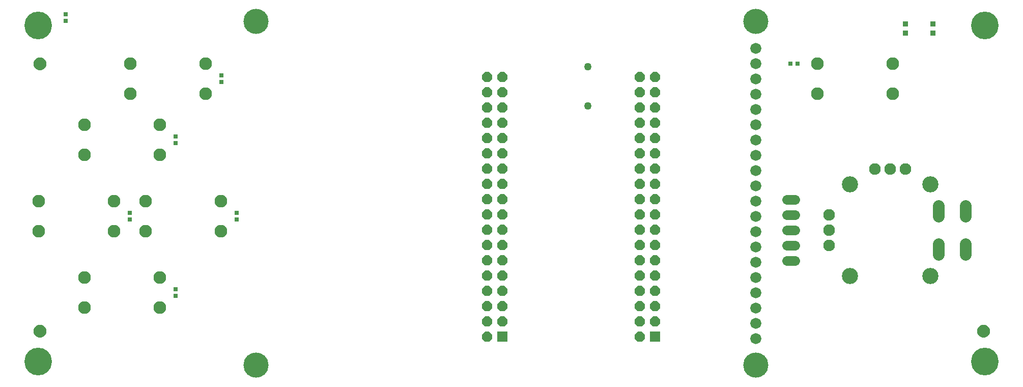
<source format=gbr>
G04 EAGLE Gerber RS-274X export*
G75*
%MOMM*%
%FSLAX34Y34*%
%LPD*%
%INSoldermask Top*%
%IPPOS*%
%AMOC8*
5,1,8,0,0,1.08239X$1,22.5*%
G01*
%ADD10R,0.660400X0.762000*%
%ADD11R,0.952400X0.952400*%
%ADD12C,0.609600*%
%ADD13C,1.168400*%
%ADD14C,4.597400*%
%ADD15R,0.762000X0.660400*%
%ADD16C,2.112400*%
%ADD17C,1.272400*%
%ADD18R,1.676400X1.676400*%
%ADD19P,1.814519X8X112.500000*%
%ADD20C,1.828800*%
%ADD21C,4.168400*%
%ADD22C,1.574800*%
%ADD23C,1.930400*%
%ADD24C,1.930400*%
%ADD25C,2.692400*%


D10*
X190500Y284988D03*
X190500Y273812D03*
D11*
X1526540Y584320D03*
X1526540Y599320D03*
X1480820Y584320D03*
X1480820Y599320D03*
D12*
X1602740Y88900D02*
X1602742Y89087D01*
X1602749Y89274D01*
X1602761Y89461D01*
X1602777Y89647D01*
X1602797Y89833D01*
X1602822Y90018D01*
X1602852Y90203D01*
X1602886Y90387D01*
X1602925Y90570D01*
X1602968Y90752D01*
X1603016Y90932D01*
X1603068Y91112D01*
X1603125Y91290D01*
X1603185Y91467D01*
X1603251Y91642D01*
X1603320Y91816D01*
X1603394Y91988D01*
X1603472Y92158D01*
X1603554Y92326D01*
X1603640Y92492D01*
X1603730Y92656D01*
X1603824Y92817D01*
X1603922Y92977D01*
X1604024Y93133D01*
X1604130Y93288D01*
X1604240Y93439D01*
X1604353Y93588D01*
X1604470Y93734D01*
X1604590Y93877D01*
X1604714Y94017D01*
X1604841Y94154D01*
X1604972Y94288D01*
X1605106Y94419D01*
X1605243Y94546D01*
X1605383Y94670D01*
X1605526Y94790D01*
X1605672Y94907D01*
X1605821Y95020D01*
X1605972Y95130D01*
X1606127Y95236D01*
X1606283Y95338D01*
X1606443Y95436D01*
X1606604Y95530D01*
X1606768Y95620D01*
X1606934Y95706D01*
X1607102Y95788D01*
X1607272Y95866D01*
X1607444Y95940D01*
X1607618Y96009D01*
X1607793Y96075D01*
X1607970Y96135D01*
X1608148Y96192D01*
X1608328Y96244D01*
X1608508Y96292D01*
X1608690Y96335D01*
X1608873Y96374D01*
X1609057Y96408D01*
X1609242Y96438D01*
X1609427Y96463D01*
X1609613Y96483D01*
X1609799Y96499D01*
X1609986Y96511D01*
X1610173Y96518D01*
X1610360Y96520D01*
X1610547Y96518D01*
X1610734Y96511D01*
X1610921Y96499D01*
X1611107Y96483D01*
X1611293Y96463D01*
X1611478Y96438D01*
X1611663Y96408D01*
X1611847Y96374D01*
X1612030Y96335D01*
X1612212Y96292D01*
X1612392Y96244D01*
X1612572Y96192D01*
X1612750Y96135D01*
X1612927Y96075D01*
X1613102Y96009D01*
X1613276Y95940D01*
X1613448Y95866D01*
X1613618Y95788D01*
X1613786Y95706D01*
X1613952Y95620D01*
X1614116Y95530D01*
X1614277Y95436D01*
X1614437Y95338D01*
X1614593Y95236D01*
X1614748Y95130D01*
X1614899Y95020D01*
X1615048Y94907D01*
X1615194Y94790D01*
X1615337Y94670D01*
X1615477Y94546D01*
X1615614Y94419D01*
X1615748Y94288D01*
X1615879Y94154D01*
X1616006Y94017D01*
X1616130Y93877D01*
X1616250Y93734D01*
X1616367Y93588D01*
X1616480Y93439D01*
X1616590Y93288D01*
X1616696Y93133D01*
X1616798Y92977D01*
X1616896Y92817D01*
X1616990Y92656D01*
X1617080Y92492D01*
X1617166Y92326D01*
X1617248Y92158D01*
X1617326Y91988D01*
X1617400Y91816D01*
X1617469Y91642D01*
X1617535Y91467D01*
X1617595Y91290D01*
X1617652Y91112D01*
X1617704Y90932D01*
X1617752Y90752D01*
X1617795Y90570D01*
X1617834Y90387D01*
X1617868Y90203D01*
X1617898Y90018D01*
X1617923Y89833D01*
X1617943Y89647D01*
X1617959Y89461D01*
X1617971Y89274D01*
X1617978Y89087D01*
X1617980Y88900D01*
X1617978Y88713D01*
X1617971Y88526D01*
X1617959Y88339D01*
X1617943Y88153D01*
X1617923Y87967D01*
X1617898Y87782D01*
X1617868Y87597D01*
X1617834Y87413D01*
X1617795Y87230D01*
X1617752Y87048D01*
X1617704Y86868D01*
X1617652Y86688D01*
X1617595Y86510D01*
X1617535Y86333D01*
X1617469Y86158D01*
X1617400Y85984D01*
X1617326Y85812D01*
X1617248Y85642D01*
X1617166Y85474D01*
X1617080Y85308D01*
X1616990Y85144D01*
X1616896Y84983D01*
X1616798Y84823D01*
X1616696Y84667D01*
X1616590Y84512D01*
X1616480Y84361D01*
X1616367Y84212D01*
X1616250Y84066D01*
X1616130Y83923D01*
X1616006Y83783D01*
X1615879Y83646D01*
X1615748Y83512D01*
X1615614Y83381D01*
X1615477Y83254D01*
X1615337Y83130D01*
X1615194Y83010D01*
X1615048Y82893D01*
X1614899Y82780D01*
X1614748Y82670D01*
X1614593Y82564D01*
X1614437Y82462D01*
X1614277Y82364D01*
X1614116Y82270D01*
X1613952Y82180D01*
X1613786Y82094D01*
X1613618Y82012D01*
X1613448Y81934D01*
X1613276Y81860D01*
X1613102Y81791D01*
X1612927Y81725D01*
X1612750Y81665D01*
X1612572Y81608D01*
X1612392Y81556D01*
X1612212Y81508D01*
X1612030Y81465D01*
X1611847Y81426D01*
X1611663Y81392D01*
X1611478Y81362D01*
X1611293Y81337D01*
X1611107Y81317D01*
X1610921Y81301D01*
X1610734Y81289D01*
X1610547Y81282D01*
X1610360Y81280D01*
X1610173Y81282D01*
X1609986Y81289D01*
X1609799Y81301D01*
X1609613Y81317D01*
X1609427Y81337D01*
X1609242Y81362D01*
X1609057Y81392D01*
X1608873Y81426D01*
X1608690Y81465D01*
X1608508Y81508D01*
X1608328Y81556D01*
X1608148Y81608D01*
X1607970Y81665D01*
X1607793Y81725D01*
X1607618Y81791D01*
X1607444Y81860D01*
X1607272Y81934D01*
X1607102Y82012D01*
X1606934Y82094D01*
X1606768Y82180D01*
X1606604Y82270D01*
X1606443Y82364D01*
X1606283Y82462D01*
X1606127Y82564D01*
X1605972Y82670D01*
X1605821Y82780D01*
X1605672Y82893D01*
X1605526Y83010D01*
X1605383Y83130D01*
X1605243Y83254D01*
X1605106Y83381D01*
X1604972Y83512D01*
X1604841Y83646D01*
X1604714Y83783D01*
X1604590Y83923D01*
X1604470Y84066D01*
X1604353Y84212D01*
X1604240Y84361D01*
X1604130Y84512D01*
X1604024Y84667D01*
X1603922Y84823D01*
X1603824Y84983D01*
X1603730Y85144D01*
X1603640Y85308D01*
X1603554Y85474D01*
X1603472Y85642D01*
X1603394Y85812D01*
X1603320Y85984D01*
X1603251Y86158D01*
X1603185Y86333D01*
X1603125Y86510D01*
X1603068Y86688D01*
X1603016Y86868D01*
X1602968Y87048D01*
X1602925Y87230D01*
X1602886Y87413D01*
X1602852Y87597D01*
X1602822Y87782D01*
X1602797Y87967D01*
X1602777Y88153D01*
X1602761Y88339D01*
X1602749Y88526D01*
X1602742Y88713D01*
X1602740Y88900D01*
D13*
X1610360Y88900D03*
D12*
X33020Y88900D02*
X33022Y89087D01*
X33029Y89274D01*
X33041Y89461D01*
X33057Y89647D01*
X33077Y89833D01*
X33102Y90018D01*
X33132Y90203D01*
X33166Y90387D01*
X33205Y90570D01*
X33248Y90752D01*
X33296Y90932D01*
X33348Y91112D01*
X33405Y91290D01*
X33465Y91467D01*
X33531Y91642D01*
X33600Y91816D01*
X33674Y91988D01*
X33752Y92158D01*
X33834Y92326D01*
X33920Y92492D01*
X34010Y92656D01*
X34104Y92817D01*
X34202Y92977D01*
X34304Y93133D01*
X34410Y93288D01*
X34520Y93439D01*
X34633Y93588D01*
X34750Y93734D01*
X34870Y93877D01*
X34994Y94017D01*
X35121Y94154D01*
X35252Y94288D01*
X35386Y94419D01*
X35523Y94546D01*
X35663Y94670D01*
X35806Y94790D01*
X35952Y94907D01*
X36101Y95020D01*
X36252Y95130D01*
X36407Y95236D01*
X36563Y95338D01*
X36723Y95436D01*
X36884Y95530D01*
X37048Y95620D01*
X37214Y95706D01*
X37382Y95788D01*
X37552Y95866D01*
X37724Y95940D01*
X37898Y96009D01*
X38073Y96075D01*
X38250Y96135D01*
X38428Y96192D01*
X38608Y96244D01*
X38788Y96292D01*
X38970Y96335D01*
X39153Y96374D01*
X39337Y96408D01*
X39522Y96438D01*
X39707Y96463D01*
X39893Y96483D01*
X40079Y96499D01*
X40266Y96511D01*
X40453Y96518D01*
X40640Y96520D01*
X40827Y96518D01*
X41014Y96511D01*
X41201Y96499D01*
X41387Y96483D01*
X41573Y96463D01*
X41758Y96438D01*
X41943Y96408D01*
X42127Y96374D01*
X42310Y96335D01*
X42492Y96292D01*
X42672Y96244D01*
X42852Y96192D01*
X43030Y96135D01*
X43207Y96075D01*
X43382Y96009D01*
X43556Y95940D01*
X43728Y95866D01*
X43898Y95788D01*
X44066Y95706D01*
X44232Y95620D01*
X44396Y95530D01*
X44557Y95436D01*
X44717Y95338D01*
X44873Y95236D01*
X45028Y95130D01*
X45179Y95020D01*
X45328Y94907D01*
X45474Y94790D01*
X45617Y94670D01*
X45757Y94546D01*
X45894Y94419D01*
X46028Y94288D01*
X46159Y94154D01*
X46286Y94017D01*
X46410Y93877D01*
X46530Y93734D01*
X46647Y93588D01*
X46760Y93439D01*
X46870Y93288D01*
X46976Y93133D01*
X47078Y92977D01*
X47176Y92817D01*
X47270Y92656D01*
X47360Y92492D01*
X47446Y92326D01*
X47528Y92158D01*
X47606Y91988D01*
X47680Y91816D01*
X47749Y91642D01*
X47815Y91467D01*
X47875Y91290D01*
X47932Y91112D01*
X47984Y90932D01*
X48032Y90752D01*
X48075Y90570D01*
X48114Y90387D01*
X48148Y90203D01*
X48178Y90018D01*
X48203Y89833D01*
X48223Y89647D01*
X48239Y89461D01*
X48251Y89274D01*
X48258Y89087D01*
X48260Y88900D01*
X48258Y88713D01*
X48251Y88526D01*
X48239Y88339D01*
X48223Y88153D01*
X48203Y87967D01*
X48178Y87782D01*
X48148Y87597D01*
X48114Y87413D01*
X48075Y87230D01*
X48032Y87048D01*
X47984Y86868D01*
X47932Y86688D01*
X47875Y86510D01*
X47815Y86333D01*
X47749Y86158D01*
X47680Y85984D01*
X47606Y85812D01*
X47528Y85642D01*
X47446Y85474D01*
X47360Y85308D01*
X47270Y85144D01*
X47176Y84983D01*
X47078Y84823D01*
X46976Y84667D01*
X46870Y84512D01*
X46760Y84361D01*
X46647Y84212D01*
X46530Y84066D01*
X46410Y83923D01*
X46286Y83783D01*
X46159Y83646D01*
X46028Y83512D01*
X45894Y83381D01*
X45757Y83254D01*
X45617Y83130D01*
X45474Y83010D01*
X45328Y82893D01*
X45179Y82780D01*
X45028Y82670D01*
X44873Y82564D01*
X44717Y82462D01*
X44557Y82364D01*
X44396Y82270D01*
X44232Y82180D01*
X44066Y82094D01*
X43898Y82012D01*
X43728Y81934D01*
X43556Y81860D01*
X43382Y81791D01*
X43207Y81725D01*
X43030Y81665D01*
X42852Y81608D01*
X42672Y81556D01*
X42492Y81508D01*
X42310Y81465D01*
X42127Y81426D01*
X41943Y81392D01*
X41758Y81362D01*
X41573Y81337D01*
X41387Y81317D01*
X41201Y81301D01*
X41014Y81289D01*
X40827Y81282D01*
X40640Y81280D01*
X40453Y81282D01*
X40266Y81289D01*
X40079Y81301D01*
X39893Y81317D01*
X39707Y81337D01*
X39522Y81362D01*
X39337Y81392D01*
X39153Y81426D01*
X38970Y81465D01*
X38788Y81508D01*
X38608Y81556D01*
X38428Y81608D01*
X38250Y81665D01*
X38073Y81725D01*
X37898Y81791D01*
X37724Y81860D01*
X37552Y81934D01*
X37382Y82012D01*
X37214Y82094D01*
X37048Y82180D01*
X36884Y82270D01*
X36723Y82364D01*
X36563Y82462D01*
X36407Y82564D01*
X36252Y82670D01*
X36101Y82780D01*
X35952Y82893D01*
X35806Y83010D01*
X35663Y83130D01*
X35523Y83254D01*
X35386Y83381D01*
X35252Y83512D01*
X35121Y83646D01*
X34994Y83783D01*
X34870Y83923D01*
X34750Y84066D01*
X34633Y84212D01*
X34520Y84361D01*
X34410Y84512D01*
X34304Y84667D01*
X34202Y84823D01*
X34104Y84983D01*
X34010Y85144D01*
X33920Y85308D01*
X33834Y85474D01*
X33752Y85642D01*
X33674Y85812D01*
X33600Y85984D01*
X33531Y86158D01*
X33465Y86333D01*
X33405Y86510D01*
X33348Y86688D01*
X33296Y86868D01*
X33248Y87048D01*
X33205Y87230D01*
X33166Y87413D01*
X33132Y87597D01*
X33102Y87782D01*
X33077Y87967D01*
X33057Y88153D01*
X33041Y88339D01*
X33029Y88526D01*
X33022Y88713D01*
X33020Y88900D01*
D13*
X40640Y88900D03*
D12*
X33020Y533400D02*
X33022Y533587D01*
X33029Y533774D01*
X33041Y533961D01*
X33057Y534147D01*
X33077Y534333D01*
X33102Y534518D01*
X33132Y534703D01*
X33166Y534887D01*
X33205Y535070D01*
X33248Y535252D01*
X33296Y535432D01*
X33348Y535612D01*
X33405Y535790D01*
X33465Y535967D01*
X33531Y536142D01*
X33600Y536316D01*
X33674Y536488D01*
X33752Y536658D01*
X33834Y536826D01*
X33920Y536992D01*
X34010Y537156D01*
X34104Y537317D01*
X34202Y537477D01*
X34304Y537633D01*
X34410Y537788D01*
X34520Y537939D01*
X34633Y538088D01*
X34750Y538234D01*
X34870Y538377D01*
X34994Y538517D01*
X35121Y538654D01*
X35252Y538788D01*
X35386Y538919D01*
X35523Y539046D01*
X35663Y539170D01*
X35806Y539290D01*
X35952Y539407D01*
X36101Y539520D01*
X36252Y539630D01*
X36407Y539736D01*
X36563Y539838D01*
X36723Y539936D01*
X36884Y540030D01*
X37048Y540120D01*
X37214Y540206D01*
X37382Y540288D01*
X37552Y540366D01*
X37724Y540440D01*
X37898Y540509D01*
X38073Y540575D01*
X38250Y540635D01*
X38428Y540692D01*
X38608Y540744D01*
X38788Y540792D01*
X38970Y540835D01*
X39153Y540874D01*
X39337Y540908D01*
X39522Y540938D01*
X39707Y540963D01*
X39893Y540983D01*
X40079Y540999D01*
X40266Y541011D01*
X40453Y541018D01*
X40640Y541020D01*
X40827Y541018D01*
X41014Y541011D01*
X41201Y540999D01*
X41387Y540983D01*
X41573Y540963D01*
X41758Y540938D01*
X41943Y540908D01*
X42127Y540874D01*
X42310Y540835D01*
X42492Y540792D01*
X42672Y540744D01*
X42852Y540692D01*
X43030Y540635D01*
X43207Y540575D01*
X43382Y540509D01*
X43556Y540440D01*
X43728Y540366D01*
X43898Y540288D01*
X44066Y540206D01*
X44232Y540120D01*
X44396Y540030D01*
X44557Y539936D01*
X44717Y539838D01*
X44873Y539736D01*
X45028Y539630D01*
X45179Y539520D01*
X45328Y539407D01*
X45474Y539290D01*
X45617Y539170D01*
X45757Y539046D01*
X45894Y538919D01*
X46028Y538788D01*
X46159Y538654D01*
X46286Y538517D01*
X46410Y538377D01*
X46530Y538234D01*
X46647Y538088D01*
X46760Y537939D01*
X46870Y537788D01*
X46976Y537633D01*
X47078Y537477D01*
X47176Y537317D01*
X47270Y537156D01*
X47360Y536992D01*
X47446Y536826D01*
X47528Y536658D01*
X47606Y536488D01*
X47680Y536316D01*
X47749Y536142D01*
X47815Y535967D01*
X47875Y535790D01*
X47932Y535612D01*
X47984Y535432D01*
X48032Y535252D01*
X48075Y535070D01*
X48114Y534887D01*
X48148Y534703D01*
X48178Y534518D01*
X48203Y534333D01*
X48223Y534147D01*
X48239Y533961D01*
X48251Y533774D01*
X48258Y533587D01*
X48260Y533400D01*
X48258Y533213D01*
X48251Y533026D01*
X48239Y532839D01*
X48223Y532653D01*
X48203Y532467D01*
X48178Y532282D01*
X48148Y532097D01*
X48114Y531913D01*
X48075Y531730D01*
X48032Y531548D01*
X47984Y531368D01*
X47932Y531188D01*
X47875Y531010D01*
X47815Y530833D01*
X47749Y530658D01*
X47680Y530484D01*
X47606Y530312D01*
X47528Y530142D01*
X47446Y529974D01*
X47360Y529808D01*
X47270Y529644D01*
X47176Y529483D01*
X47078Y529323D01*
X46976Y529167D01*
X46870Y529012D01*
X46760Y528861D01*
X46647Y528712D01*
X46530Y528566D01*
X46410Y528423D01*
X46286Y528283D01*
X46159Y528146D01*
X46028Y528012D01*
X45894Y527881D01*
X45757Y527754D01*
X45617Y527630D01*
X45474Y527510D01*
X45328Y527393D01*
X45179Y527280D01*
X45028Y527170D01*
X44873Y527064D01*
X44717Y526962D01*
X44557Y526864D01*
X44396Y526770D01*
X44232Y526680D01*
X44066Y526594D01*
X43898Y526512D01*
X43728Y526434D01*
X43556Y526360D01*
X43382Y526291D01*
X43207Y526225D01*
X43030Y526165D01*
X42852Y526108D01*
X42672Y526056D01*
X42492Y526008D01*
X42310Y525965D01*
X42127Y525926D01*
X41943Y525892D01*
X41758Y525862D01*
X41573Y525837D01*
X41387Y525817D01*
X41201Y525801D01*
X41014Y525789D01*
X40827Y525782D01*
X40640Y525780D01*
X40453Y525782D01*
X40266Y525789D01*
X40079Y525801D01*
X39893Y525817D01*
X39707Y525837D01*
X39522Y525862D01*
X39337Y525892D01*
X39153Y525926D01*
X38970Y525965D01*
X38788Y526008D01*
X38608Y526056D01*
X38428Y526108D01*
X38250Y526165D01*
X38073Y526225D01*
X37898Y526291D01*
X37724Y526360D01*
X37552Y526434D01*
X37382Y526512D01*
X37214Y526594D01*
X37048Y526680D01*
X36884Y526770D01*
X36723Y526864D01*
X36563Y526962D01*
X36407Y527064D01*
X36252Y527170D01*
X36101Y527280D01*
X35952Y527393D01*
X35806Y527510D01*
X35663Y527630D01*
X35523Y527754D01*
X35386Y527881D01*
X35252Y528012D01*
X35121Y528146D01*
X34994Y528283D01*
X34870Y528423D01*
X34750Y528566D01*
X34633Y528712D01*
X34520Y528861D01*
X34410Y529012D01*
X34304Y529167D01*
X34202Y529323D01*
X34104Y529483D01*
X34010Y529644D01*
X33920Y529808D01*
X33834Y529974D01*
X33752Y530142D01*
X33674Y530312D01*
X33600Y530484D01*
X33531Y530658D01*
X33465Y530833D01*
X33405Y531010D01*
X33348Y531188D01*
X33296Y531368D01*
X33248Y531548D01*
X33205Y531730D01*
X33166Y531913D01*
X33132Y532097D01*
X33102Y532282D01*
X33077Y532467D01*
X33057Y532653D01*
X33041Y532839D01*
X33029Y533026D01*
X33022Y533213D01*
X33020Y533400D01*
D13*
X40640Y533400D03*
D12*
X1602740Y88900D02*
X1602742Y89087D01*
X1602749Y89274D01*
X1602761Y89461D01*
X1602777Y89647D01*
X1602797Y89833D01*
X1602822Y90018D01*
X1602852Y90203D01*
X1602886Y90387D01*
X1602925Y90570D01*
X1602968Y90752D01*
X1603016Y90932D01*
X1603068Y91112D01*
X1603125Y91290D01*
X1603185Y91467D01*
X1603251Y91642D01*
X1603320Y91816D01*
X1603394Y91988D01*
X1603472Y92158D01*
X1603554Y92326D01*
X1603640Y92492D01*
X1603730Y92656D01*
X1603824Y92817D01*
X1603922Y92977D01*
X1604024Y93133D01*
X1604130Y93288D01*
X1604240Y93439D01*
X1604353Y93588D01*
X1604470Y93734D01*
X1604590Y93877D01*
X1604714Y94017D01*
X1604841Y94154D01*
X1604972Y94288D01*
X1605106Y94419D01*
X1605243Y94546D01*
X1605383Y94670D01*
X1605526Y94790D01*
X1605672Y94907D01*
X1605821Y95020D01*
X1605972Y95130D01*
X1606127Y95236D01*
X1606283Y95338D01*
X1606443Y95436D01*
X1606604Y95530D01*
X1606768Y95620D01*
X1606934Y95706D01*
X1607102Y95788D01*
X1607272Y95866D01*
X1607444Y95940D01*
X1607618Y96009D01*
X1607793Y96075D01*
X1607970Y96135D01*
X1608148Y96192D01*
X1608328Y96244D01*
X1608508Y96292D01*
X1608690Y96335D01*
X1608873Y96374D01*
X1609057Y96408D01*
X1609242Y96438D01*
X1609427Y96463D01*
X1609613Y96483D01*
X1609799Y96499D01*
X1609986Y96511D01*
X1610173Y96518D01*
X1610360Y96520D01*
X1610547Y96518D01*
X1610734Y96511D01*
X1610921Y96499D01*
X1611107Y96483D01*
X1611293Y96463D01*
X1611478Y96438D01*
X1611663Y96408D01*
X1611847Y96374D01*
X1612030Y96335D01*
X1612212Y96292D01*
X1612392Y96244D01*
X1612572Y96192D01*
X1612750Y96135D01*
X1612927Y96075D01*
X1613102Y96009D01*
X1613276Y95940D01*
X1613448Y95866D01*
X1613618Y95788D01*
X1613786Y95706D01*
X1613952Y95620D01*
X1614116Y95530D01*
X1614277Y95436D01*
X1614437Y95338D01*
X1614593Y95236D01*
X1614748Y95130D01*
X1614899Y95020D01*
X1615048Y94907D01*
X1615194Y94790D01*
X1615337Y94670D01*
X1615477Y94546D01*
X1615614Y94419D01*
X1615748Y94288D01*
X1615879Y94154D01*
X1616006Y94017D01*
X1616130Y93877D01*
X1616250Y93734D01*
X1616367Y93588D01*
X1616480Y93439D01*
X1616590Y93288D01*
X1616696Y93133D01*
X1616798Y92977D01*
X1616896Y92817D01*
X1616990Y92656D01*
X1617080Y92492D01*
X1617166Y92326D01*
X1617248Y92158D01*
X1617326Y91988D01*
X1617400Y91816D01*
X1617469Y91642D01*
X1617535Y91467D01*
X1617595Y91290D01*
X1617652Y91112D01*
X1617704Y90932D01*
X1617752Y90752D01*
X1617795Y90570D01*
X1617834Y90387D01*
X1617868Y90203D01*
X1617898Y90018D01*
X1617923Y89833D01*
X1617943Y89647D01*
X1617959Y89461D01*
X1617971Y89274D01*
X1617978Y89087D01*
X1617980Y88900D01*
X1617978Y88713D01*
X1617971Y88526D01*
X1617959Y88339D01*
X1617943Y88153D01*
X1617923Y87967D01*
X1617898Y87782D01*
X1617868Y87597D01*
X1617834Y87413D01*
X1617795Y87230D01*
X1617752Y87048D01*
X1617704Y86868D01*
X1617652Y86688D01*
X1617595Y86510D01*
X1617535Y86333D01*
X1617469Y86158D01*
X1617400Y85984D01*
X1617326Y85812D01*
X1617248Y85642D01*
X1617166Y85474D01*
X1617080Y85308D01*
X1616990Y85144D01*
X1616896Y84983D01*
X1616798Y84823D01*
X1616696Y84667D01*
X1616590Y84512D01*
X1616480Y84361D01*
X1616367Y84212D01*
X1616250Y84066D01*
X1616130Y83923D01*
X1616006Y83783D01*
X1615879Y83646D01*
X1615748Y83512D01*
X1615614Y83381D01*
X1615477Y83254D01*
X1615337Y83130D01*
X1615194Y83010D01*
X1615048Y82893D01*
X1614899Y82780D01*
X1614748Y82670D01*
X1614593Y82564D01*
X1614437Y82462D01*
X1614277Y82364D01*
X1614116Y82270D01*
X1613952Y82180D01*
X1613786Y82094D01*
X1613618Y82012D01*
X1613448Y81934D01*
X1613276Y81860D01*
X1613102Y81791D01*
X1612927Y81725D01*
X1612750Y81665D01*
X1612572Y81608D01*
X1612392Y81556D01*
X1612212Y81508D01*
X1612030Y81465D01*
X1611847Y81426D01*
X1611663Y81392D01*
X1611478Y81362D01*
X1611293Y81337D01*
X1611107Y81317D01*
X1610921Y81301D01*
X1610734Y81289D01*
X1610547Y81282D01*
X1610360Y81280D01*
X1610173Y81282D01*
X1609986Y81289D01*
X1609799Y81301D01*
X1609613Y81317D01*
X1609427Y81337D01*
X1609242Y81362D01*
X1609057Y81392D01*
X1608873Y81426D01*
X1608690Y81465D01*
X1608508Y81508D01*
X1608328Y81556D01*
X1608148Y81608D01*
X1607970Y81665D01*
X1607793Y81725D01*
X1607618Y81791D01*
X1607444Y81860D01*
X1607272Y81934D01*
X1607102Y82012D01*
X1606934Y82094D01*
X1606768Y82180D01*
X1606604Y82270D01*
X1606443Y82364D01*
X1606283Y82462D01*
X1606127Y82564D01*
X1605972Y82670D01*
X1605821Y82780D01*
X1605672Y82893D01*
X1605526Y83010D01*
X1605383Y83130D01*
X1605243Y83254D01*
X1605106Y83381D01*
X1604972Y83512D01*
X1604841Y83646D01*
X1604714Y83783D01*
X1604590Y83923D01*
X1604470Y84066D01*
X1604353Y84212D01*
X1604240Y84361D01*
X1604130Y84512D01*
X1604024Y84667D01*
X1603922Y84823D01*
X1603824Y84983D01*
X1603730Y85144D01*
X1603640Y85308D01*
X1603554Y85474D01*
X1603472Y85642D01*
X1603394Y85812D01*
X1603320Y85984D01*
X1603251Y86158D01*
X1603185Y86333D01*
X1603125Y86510D01*
X1603068Y86688D01*
X1603016Y86868D01*
X1602968Y87048D01*
X1602925Y87230D01*
X1602886Y87413D01*
X1602852Y87597D01*
X1602822Y87782D01*
X1602797Y87967D01*
X1602777Y88153D01*
X1602761Y88339D01*
X1602749Y88526D01*
X1602742Y88713D01*
X1602740Y88900D01*
D13*
X1610360Y88900D03*
D12*
X33020Y88900D02*
X33022Y89087D01*
X33029Y89274D01*
X33041Y89461D01*
X33057Y89647D01*
X33077Y89833D01*
X33102Y90018D01*
X33132Y90203D01*
X33166Y90387D01*
X33205Y90570D01*
X33248Y90752D01*
X33296Y90932D01*
X33348Y91112D01*
X33405Y91290D01*
X33465Y91467D01*
X33531Y91642D01*
X33600Y91816D01*
X33674Y91988D01*
X33752Y92158D01*
X33834Y92326D01*
X33920Y92492D01*
X34010Y92656D01*
X34104Y92817D01*
X34202Y92977D01*
X34304Y93133D01*
X34410Y93288D01*
X34520Y93439D01*
X34633Y93588D01*
X34750Y93734D01*
X34870Y93877D01*
X34994Y94017D01*
X35121Y94154D01*
X35252Y94288D01*
X35386Y94419D01*
X35523Y94546D01*
X35663Y94670D01*
X35806Y94790D01*
X35952Y94907D01*
X36101Y95020D01*
X36252Y95130D01*
X36407Y95236D01*
X36563Y95338D01*
X36723Y95436D01*
X36884Y95530D01*
X37048Y95620D01*
X37214Y95706D01*
X37382Y95788D01*
X37552Y95866D01*
X37724Y95940D01*
X37898Y96009D01*
X38073Y96075D01*
X38250Y96135D01*
X38428Y96192D01*
X38608Y96244D01*
X38788Y96292D01*
X38970Y96335D01*
X39153Y96374D01*
X39337Y96408D01*
X39522Y96438D01*
X39707Y96463D01*
X39893Y96483D01*
X40079Y96499D01*
X40266Y96511D01*
X40453Y96518D01*
X40640Y96520D01*
X40827Y96518D01*
X41014Y96511D01*
X41201Y96499D01*
X41387Y96483D01*
X41573Y96463D01*
X41758Y96438D01*
X41943Y96408D01*
X42127Y96374D01*
X42310Y96335D01*
X42492Y96292D01*
X42672Y96244D01*
X42852Y96192D01*
X43030Y96135D01*
X43207Y96075D01*
X43382Y96009D01*
X43556Y95940D01*
X43728Y95866D01*
X43898Y95788D01*
X44066Y95706D01*
X44232Y95620D01*
X44396Y95530D01*
X44557Y95436D01*
X44717Y95338D01*
X44873Y95236D01*
X45028Y95130D01*
X45179Y95020D01*
X45328Y94907D01*
X45474Y94790D01*
X45617Y94670D01*
X45757Y94546D01*
X45894Y94419D01*
X46028Y94288D01*
X46159Y94154D01*
X46286Y94017D01*
X46410Y93877D01*
X46530Y93734D01*
X46647Y93588D01*
X46760Y93439D01*
X46870Y93288D01*
X46976Y93133D01*
X47078Y92977D01*
X47176Y92817D01*
X47270Y92656D01*
X47360Y92492D01*
X47446Y92326D01*
X47528Y92158D01*
X47606Y91988D01*
X47680Y91816D01*
X47749Y91642D01*
X47815Y91467D01*
X47875Y91290D01*
X47932Y91112D01*
X47984Y90932D01*
X48032Y90752D01*
X48075Y90570D01*
X48114Y90387D01*
X48148Y90203D01*
X48178Y90018D01*
X48203Y89833D01*
X48223Y89647D01*
X48239Y89461D01*
X48251Y89274D01*
X48258Y89087D01*
X48260Y88900D01*
X48258Y88713D01*
X48251Y88526D01*
X48239Y88339D01*
X48223Y88153D01*
X48203Y87967D01*
X48178Y87782D01*
X48148Y87597D01*
X48114Y87413D01*
X48075Y87230D01*
X48032Y87048D01*
X47984Y86868D01*
X47932Y86688D01*
X47875Y86510D01*
X47815Y86333D01*
X47749Y86158D01*
X47680Y85984D01*
X47606Y85812D01*
X47528Y85642D01*
X47446Y85474D01*
X47360Y85308D01*
X47270Y85144D01*
X47176Y84983D01*
X47078Y84823D01*
X46976Y84667D01*
X46870Y84512D01*
X46760Y84361D01*
X46647Y84212D01*
X46530Y84066D01*
X46410Y83923D01*
X46286Y83783D01*
X46159Y83646D01*
X46028Y83512D01*
X45894Y83381D01*
X45757Y83254D01*
X45617Y83130D01*
X45474Y83010D01*
X45328Y82893D01*
X45179Y82780D01*
X45028Y82670D01*
X44873Y82564D01*
X44717Y82462D01*
X44557Y82364D01*
X44396Y82270D01*
X44232Y82180D01*
X44066Y82094D01*
X43898Y82012D01*
X43728Y81934D01*
X43556Y81860D01*
X43382Y81791D01*
X43207Y81725D01*
X43030Y81665D01*
X42852Y81608D01*
X42672Y81556D01*
X42492Y81508D01*
X42310Y81465D01*
X42127Y81426D01*
X41943Y81392D01*
X41758Y81362D01*
X41573Y81337D01*
X41387Y81317D01*
X41201Y81301D01*
X41014Y81289D01*
X40827Y81282D01*
X40640Y81280D01*
X40453Y81282D01*
X40266Y81289D01*
X40079Y81301D01*
X39893Y81317D01*
X39707Y81337D01*
X39522Y81362D01*
X39337Y81392D01*
X39153Y81426D01*
X38970Y81465D01*
X38788Y81508D01*
X38608Y81556D01*
X38428Y81608D01*
X38250Y81665D01*
X38073Y81725D01*
X37898Y81791D01*
X37724Y81860D01*
X37552Y81934D01*
X37382Y82012D01*
X37214Y82094D01*
X37048Y82180D01*
X36884Y82270D01*
X36723Y82364D01*
X36563Y82462D01*
X36407Y82564D01*
X36252Y82670D01*
X36101Y82780D01*
X35952Y82893D01*
X35806Y83010D01*
X35663Y83130D01*
X35523Y83254D01*
X35386Y83381D01*
X35252Y83512D01*
X35121Y83646D01*
X34994Y83783D01*
X34870Y83923D01*
X34750Y84066D01*
X34633Y84212D01*
X34520Y84361D01*
X34410Y84512D01*
X34304Y84667D01*
X34202Y84823D01*
X34104Y84983D01*
X34010Y85144D01*
X33920Y85308D01*
X33834Y85474D01*
X33752Y85642D01*
X33674Y85812D01*
X33600Y85984D01*
X33531Y86158D01*
X33465Y86333D01*
X33405Y86510D01*
X33348Y86688D01*
X33296Y86868D01*
X33248Y87048D01*
X33205Y87230D01*
X33166Y87413D01*
X33132Y87597D01*
X33102Y87782D01*
X33077Y87967D01*
X33057Y88153D01*
X33041Y88339D01*
X33029Y88526D01*
X33022Y88713D01*
X33020Y88900D01*
D13*
X40640Y88900D03*
D12*
X33020Y533400D02*
X33022Y533587D01*
X33029Y533774D01*
X33041Y533961D01*
X33057Y534147D01*
X33077Y534333D01*
X33102Y534518D01*
X33132Y534703D01*
X33166Y534887D01*
X33205Y535070D01*
X33248Y535252D01*
X33296Y535432D01*
X33348Y535612D01*
X33405Y535790D01*
X33465Y535967D01*
X33531Y536142D01*
X33600Y536316D01*
X33674Y536488D01*
X33752Y536658D01*
X33834Y536826D01*
X33920Y536992D01*
X34010Y537156D01*
X34104Y537317D01*
X34202Y537477D01*
X34304Y537633D01*
X34410Y537788D01*
X34520Y537939D01*
X34633Y538088D01*
X34750Y538234D01*
X34870Y538377D01*
X34994Y538517D01*
X35121Y538654D01*
X35252Y538788D01*
X35386Y538919D01*
X35523Y539046D01*
X35663Y539170D01*
X35806Y539290D01*
X35952Y539407D01*
X36101Y539520D01*
X36252Y539630D01*
X36407Y539736D01*
X36563Y539838D01*
X36723Y539936D01*
X36884Y540030D01*
X37048Y540120D01*
X37214Y540206D01*
X37382Y540288D01*
X37552Y540366D01*
X37724Y540440D01*
X37898Y540509D01*
X38073Y540575D01*
X38250Y540635D01*
X38428Y540692D01*
X38608Y540744D01*
X38788Y540792D01*
X38970Y540835D01*
X39153Y540874D01*
X39337Y540908D01*
X39522Y540938D01*
X39707Y540963D01*
X39893Y540983D01*
X40079Y540999D01*
X40266Y541011D01*
X40453Y541018D01*
X40640Y541020D01*
X40827Y541018D01*
X41014Y541011D01*
X41201Y540999D01*
X41387Y540983D01*
X41573Y540963D01*
X41758Y540938D01*
X41943Y540908D01*
X42127Y540874D01*
X42310Y540835D01*
X42492Y540792D01*
X42672Y540744D01*
X42852Y540692D01*
X43030Y540635D01*
X43207Y540575D01*
X43382Y540509D01*
X43556Y540440D01*
X43728Y540366D01*
X43898Y540288D01*
X44066Y540206D01*
X44232Y540120D01*
X44396Y540030D01*
X44557Y539936D01*
X44717Y539838D01*
X44873Y539736D01*
X45028Y539630D01*
X45179Y539520D01*
X45328Y539407D01*
X45474Y539290D01*
X45617Y539170D01*
X45757Y539046D01*
X45894Y538919D01*
X46028Y538788D01*
X46159Y538654D01*
X46286Y538517D01*
X46410Y538377D01*
X46530Y538234D01*
X46647Y538088D01*
X46760Y537939D01*
X46870Y537788D01*
X46976Y537633D01*
X47078Y537477D01*
X47176Y537317D01*
X47270Y537156D01*
X47360Y536992D01*
X47446Y536826D01*
X47528Y536658D01*
X47606Y536488D01*
X47680Y536316D01*
X47749Y536142D01*
X47815Y535967D01*
X47875Y535790D01*
X47932Y535612D01*
X47984Y535432D01*
X48032Y535252D01*
X48075Y535070D01*
X48114Y534887D01*
X48148Y534703D01*
X48178Y534518D01*
X48203Y534333D01*
X48223Y534147D01*
X48239Y533961D01*
X48251Y533774D01*
X48258Y533587D01*
X48260Y533400D01*
X48258Y533213D01*
X48251Y533026D01*
X48239Y532839D01*
X48223Y532653D01*
X48203Y532467D01*
X48178Y532282D01*
X48148Y532097D01*
X48114Y531913D01*
X48075Y531730D01*
X48032Y531548D01*
X47984Y531368D01*
X47932Y531188D01*
X47875Y531010D01*
X47815Y530833D01*
X47749Y530658D01*
X47680Y530484D01*
X47606Y530312D01*
X47528Y530142D01*
X47446Y529974D01*
X47360Y529808D01*
X47270Y529644D01*
X47176Y529483D01*
X47078Y529323D01*
X46976Y529167D01*
X46870Y529012D01*
X46760Y528861D01*
X46647Y528712D01*
X46530Y528566D01*
X46410Y528423D01*
X46286Y528283D01*
X46159Y528146D01*
X46028Y528012D01*
X45894Y527881D01*
X45757Y527754D01*
X45617Y527630D01*
X45474Y527510D01*
X45328Y527393D01*
X45179Y527280D01*
X45028Y527170D01*
X44873Y527064D01*
X44717Y526962D01*
X44557Y526864D01*
X44396Y526770D01*
X44232Y526680D01*
X44066Y526594D01*
X43898Y526512D01*
X43728Y526434D01*
X43556Y526360D01*
X43382Y526291D01*
X43207Y526225D01*
X43030Y526165D01*
X42852Y526108D01*
X42672Y526056D01*
X42492Y526008D01*
X42310Y525965D01*
X42127Y525926D01*
X41943Y525892D01*
X41758Y525862D01*
X41573Y525837D01*
X41387Y525817D01*
X41201Y525801D01*
X41014Y525789D01*
X40827Y525782D01*
X40640Y525780D01*
X40453Y525782D01*
X40266Y525789D01*
X40079Y525801D01*
X39893Y525817D01*
X39707Y525837D01*
X39522Y525862D01*
X39337Y525892D01*
X39153Y525926D01*
X38970Y525965D01*
X38788Y526008D01*
X38608Y526056D01*
X38428Y526108D01*
X38250Y526165D01*
X38073Y526225D01*
X37898Y526291D01*
X37724Y526360D01*
X37552Y526434D01*
X37382Y526512D01*
X37214Y526594D01*
X37048Y526680D01*
X36884Y526770D01*
X36723Y526864D01*
X36563Y526962D01*
X36407Y527064D01*
X36252Y527170D01*
X36101Y527280D01*
X35952Y527393D01*
X35806Y527510D01*
X35663Y527630D01*
X35523Y527754D01*
X35386Y527881D01*
X35252Y528012D01*
X35121Y528146D01*
X34994Y528283D01*
X34870Y528423D01*
X34750Y528566D01*
X34633Y528712D01*
X34520Y528861D01*
X34410Y529012D01*
X34304Y529167D01*
X34202Y529323D01*
X34104Y529483D01*
X34010Y529644D01*
X33920Y529808D01*
X33834Y529974D01*
X33752Y530142D01*
X33674Y530312D01*
X33600Y530484D01*
X33531Y530658D01*
X33465Y530833D01*
X33405Y531010D01*
X33348Y531188D01*
X33296Y531368D01*
X33248Y531548D01*
X33205Y531730D01*
X33166Y531913D01*
X33132Y532097D01*
X33102Y532282D01*
X33077Y532467D01*
X33057Y532653D01*
X33041Y532839D01*
X33029Y533026D01*
X33022Y533213D01*
X33020Y533400D01*
D13*
X40640Y533400D03*
D14*
X1612900Y596900D03*
X38100Y596900D03*
X1612900Y38100D03*
X38100Y38100D03*
D10*
X83820Y604012D03*
X83820Y615188D03*
X368300Y284988D03*
X368300Y273812D03*
X266700Y411988D03*
X266700Y400812D03*
X342900Y513588D03*
X342900Y502412D03*
D15*
X1300988Y533400D03*
X1289812Y533400D03*
D10*
X266700Y157988D03*
X266700Y146812D03*
D16*
X164100Y304400D03*
X164100Y254400D03*
X39100Y254400D03*
X39100Y304400D03*
X341900Y304400D03*
X341900Y254400D03*
X216900Y254400D03*
X216900Y304400D03*
X240300Y431400D03*
X240300Y381400D03*
X115300Y381400D03*
X115300Y431400D03*
X191500Y533000D03*
X191500Y483000D03*
X316500Y483000D03*
X316500Y533000D03*
X1334500Y533000D03*
X1334500Y483000D03*
X1459500Y483000D03*
X1459500Y533000D03*
X240300Y177400D03*
X240300Y127400D03*
X115300Y127400D03*
X115300Y177400D03*
D17*
X952500Y527800D03*
X952500Y462800D03*
D18*
X1064520Y79420D03*
D19*
X1039120Y79420D03*
X1064520Y104820D03*
X1039120Y104820D03*
X1064520Y130220D03*
X1039120Y130220D03*
X1064520Y155620D03*
X1039120Y155620D03*
X1064520Y181020D03*
X1039120Y181020D03*
X1064520Y206420D03*
X1039120Y206420D03*
X1064520Y231820D03*
X1039120Y231820D03*
X1064520Y257220D03*
X1039120Y257220D03*
X1064520Y282620D03*
X1039120Y282620D03*
X1064520Y308020D03*
X1039120Y308020D03*
X1064520Y333420D03*
X1039120Y333420D03*
X1064520Y358820D03*
X1039120Y358820D03*
X1064520Y384220D03*
X1039120Y384220D03*
X1064520Y409620D03*
X1039120Y409620D03*
X1064520Y435020D03*
X1039120Y435020D03*
X1064520Y460420D03*
X1039120Y460420D03*
X1064520Y485820D03*
X1039120Y485820D03*
X1064520Y511220D03*
X1039120Y511220D03*
D18*
X810520Y79420D03*
D19*
X785120Y79420D03*
X810520Y104820D03*
X785120Y104820D03*
X810520Y130220D03*
X785120Y130220D03*
X810520Y155620D03*
X785120Y155620D03*
X810520Y181020D03*
X785120Y181020D03*
X810520Y206420D03*
X785120Y206420D03*
X810520Y231820D03*
X785120Y231820D03*
X810520Y257220D03*
X785120Y257220D03*
X810520Y282620D03*
X785120Y282620D03*
X810520Y308020D03*
X785120Y308020D03*
X810520Y333420D03*
X785120Y333420D03*
X810520Y358820D03*
X785120Y358820D03*
X810520Y384220D03*
X785120Y384220D03*
X810520Y409620D03*
X785120Y409620D03*
X810520Y435020D03*
X785120Y435020D03*
X810520Y460420D03*
X785120Y460420D03*
X810520Y485820D03*
X785120Y485820D03*
X810520Y511220D03*
X785120Y511220D03*
D20*
X1231900Y76200D03*
X1231900Y101600D03*
X1231900Y127000D03*
X1231900Y152400D03*
X1231900Y177800D03*
X1231900Y203200D03*
X1231900Y228600D03*
X1231900Y254000D03*
X1231900Y279400D03*
X1231900Y304800D03*
X1231900Y330200D03*
X1231900Y355600D03*
X1231900Y381000D03*
X1231900Y406400D03*
X1231900Y431800D03*
X1231900Y457200D03*
X1231900Y482600D03*
X1231900Y508000D03*
X1231900Y533400D03*
X1231900Y558800D03*
D21*
X1231900Y31750D03*
X1231900Y603250D03*
X400050Y31750D03*
X400050Y603250D03*
D22*
X1283208Y205740D02*
X1297432Y205740D01*
X1297432Y231140D02*
X1283208Y231140D01*
X1283208Y256540D02*
X1297432Y256540D01*
X1297432Y281940D02*
X1283208Y281940D01*
X1283208Y307340D02*
X1297432Y307340D01*
D23*
X1580430Y297180D02*
X1580430Y279400D01*
X1580430Y233680D02*
X1580430Y215900D01*
X1535430Y279400D02*
X1535430Y297180D01*
X1535430Y233680D02*
X1535430Y215900D01*
D24*
X1353820Y281940D03*
X1353820Y256540D03*
X1353820Y231140D03*
D25*
X1522095Y332740D03*
X1388745Y332740D03*
X1388745Y180340D03*
X1522095Y180340D03*
D24*
X1480820Y358140D03*
X1455420Y358140D03*
X1430020Y358140D03*
M02*

</source>
